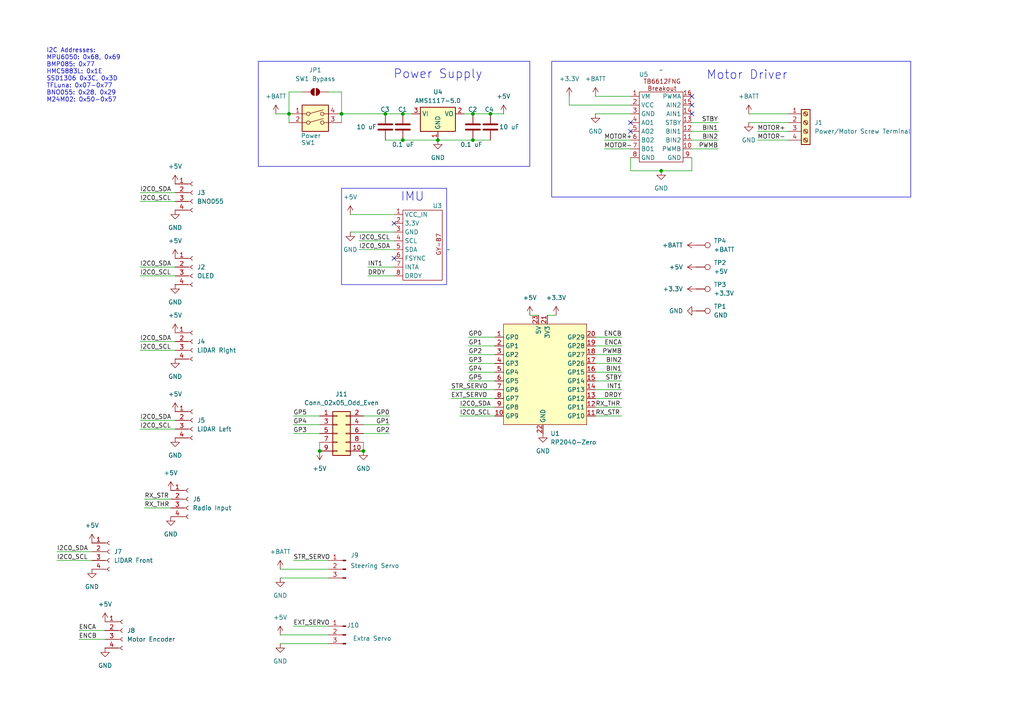
<source format=kicad_sch>
(kicad_sch (version 20250114) (generator "eeschema") (generator_version "9.0")
  (paper "A4")
  (title_block (title "Peripherals Board V2") (date "2025-07-07") (rev "2") (company "DIY Laboratories"))
  (lib_symbols
    (symbol "Connector:Conn_01x03_Pin" (pin_names (offset 1.016) (hide yes))
      (property "Reference" "J" (at 0 5.08 0))
      (property "Value" "Conn_01x03_Pin" (at 0 -5.08 0))
      (symbol "Conn_01x03_Pin_1_1"
        (rectangle (start 0.8636 2.667) (end 0 2.413) (stroke (width 0.1524)) (fill (type outline)))
        (rectangle (start 0.8636 0.127) (end 0 -0.127) (stroke (width 0.1524)) (fill (type outline)))
        (rectangle (start 0.8636 -2.413) (end 0 -2.667) (stroke (width 0.1524)) (fill (type outline)))
        (polyline (pts (xy 1.27 2.54) (xy 0.8636 2.54)) (stroke (width 0.1524)))
        (polyline (pts (xy 1.27 0) (xy 0.8636 0)) (stroke (width 0.1524)))
        (polyline (pts (xy 1.27 -2.54) (xy 0.8636 -2.54)) (stroke (width 0.1524)))
        (pin passive line (at 5.08 2.54 180) (length 3.81) (name "Pin_1") (number "1"))
        (pin passive line (at 5.08 0 180) (length 3.81) (name "Pin_2") (number "2"))
        (pin passive line (at 5.08 -2.54 180) (length 3.81) (name "Pin_3") (number "3"))
      )
    )
    (symbol "Connector:Conn_01x04_Socket" (pin_names (offset 1.016) (hide yes))
      (property "Reference" "J" (at 0 5.08 0))
      (property "Value" "Conn_01x04_Socket" (at 0 -7.62 0))
      (symbol "Conn_01x04_Socket_1_1"
        (polyline (pts (xy -1.27 2.54) (xy -0.508 2.54)) (stroke (width 0.1524)))
        (polyline (pts (xy -1.27 0) (xy -0.508 0)) (stroke (width 0.1524)))
        (polyline (pts (xy -1.27 -2.54) (xy -0.508 -2.54)) (stroke (width 0.1524)))
        (polyline (pts (xy -1.27 -5.08) (xy -0.508 -5.08)) (stroke (width 0.1524)))
        (arc (start 0 2.032) (mid -0.5058 2.54) (end 0 3.048) (stroke (width 0.1524)))
        (arc (start 0 -0.508) (mid -0.5058 0) (end 0 0.508) (stroke (width 0.1524)))
        (arc (start 0 -3.048) (mid -0.5058 -2.54) (end 0 -2.032) (stroke (width 0.1524)))
        (arc (start 0 -5.588) (mid -0.5058 -5.08) (end 0 -4.572) (stroke (width 0.1524)))
        (pin passive line (at -5.08 2.54 0) (length 3.81) (name "Pin_1") (number "1"))
        (pin passive line (at -5.08 0 0) (length 3.81) (name "Pin_2") (number "2"))
        (pin passive line (at -5.08 -2.54 0) (length 3.81) (name "Pin_3") (number "3"))
        (pin passive line (at -5.08 -5.08 0) (length 3.81) (name "Pin_4") (number "4"))
      )
    )
    (symbol "Connector:Screw_Terminal_01x04" (pin_names (offset 1.016) (hide yes))
      (property "Reference" "J" (at 0 5.08 0))
      (property "Value" "Screw_Terminal_01x04" (at 0 -7.62 0))
      (symbol "Screw_Terminal_01x04_1_1"
        (rectangle (start -1.27 3.81) (end 1.27 -6.35) (stroke (width 0.254)) (fill (type background)))
        (polyline (pts (xy -0.5334 2.8702) (xy 0.3302 2.032)) (stroke (width 0.1524)))
        (polyline (pts (xy -0.5334 0.3302) (xy 0.3302 -0.508)) (stroke (width 0.1524)))
        (polyline (pts (xy -0.5334 -2.2098) (xy 0.3302 -3.048)) (stroke (width 0.1524)))
        (polyline (pts (xy -0.5334 -4.7498) (xy 0.3302 -5.588)) (stroke (width 0.1524)))
        (polyline (pts (xy -0.3556 3.048) (xy 0.508 2.2098)) (stroke (width 0.1524)))
        (polyline (pts (xy -0.3556 0.508) (xy 0.508 -0.3302)) (stroke (width 0.1524)))
        (polyline (pts (xy -0.3556 -2.032) (xy 0.508 -2.8702)) (stroke (width 0.1524)))
        (polyline (pts (xy -0.3556 -4.572) (xy 0.508 -5.4102)) (stroke (width 0.1524)))
        (circle (center 0 2.54) (radius 0.635) (stroke (width 0.1524)))
        (circle (center 0 0) (radius 0.635) (stroke (width 0.1524)))
        (circle (center 0 -2.54) (radius 0.635) (stroke (width 0.1524)))
        (circle (center 0 -5.08) (radius 0.635) (stroke (width 0.1524)))
        (pin passive line (at -5.08 2.54 0) (length 3.81) (name "Pin_1") (number "1"))
        (pin passive line (at -5.08 0 0) (length 3.81) (name "Pin_2") (number "2"))
        (pin passive line (at -5.08 -2.54 0) (length 3.81) (name "Pin_3") (number "3"))
        (pin passive line (at -5.08 -5.08 0) (length 3.81) (name "Pin_4") (number "4"))
      )
    )
    (symbol "Connector:TestPoint" (pin_numbers (hide yes)) (pin_names (offset 0.762) (hide yes))
      (property "Reference" "TP" (at 0 6.858 0))
      (property "Value" "TestPoint" (at 0 5.08 0))
      (symbol "TestPoint_0_1"
        (circle (center 0 3.302) (radius 0.762))
      )
      (symbol "TestPoint_1_1"
        (pin passive line (at 0 0 90) (length 2.54) (name "1") (number "1"))
      )
    )
    (symbol "Connector_Generic:Conn_02x05_Odd_Even" (pin_names (offset 1.016) (hide yes))
      (property "Reference" "J" (at 1.27 7.62 0))
      (property "Value" "Conn_02x05_Odd_Even" (at 1.27 -7.62 0))
      (symbol "Conn_02x05_Odd_Even_1_1"
        (rectangle (start -1.27 6.35) (end 3.81 -6.35) (stroke (width 0.254)) (fill (type background)))
        (rectangle (start -1.27 5.207) (end 0 4.953) (stroke (width 0.1524)))
        (rectangle (start -1.27 2.667) (end 0 2.413) (stroke (width 0.1524)))
        (rectangle (start -1.27 0.127) (end 0 -0.127) (stroke (width 0.1524)))
        (rectangle (start -1.27 -2.413) (end 0 -2.667) (stroke (width 0.1524)))
        (rectangle (start -1.27 -4.953) (end 0 -5.207) (stroke (width 0.1524)))
        (rectangle (start 3.81 5.207) (end 2.54 4.953) (stroke (width 0.1524)))
        (rectangle (start 3.81 2.667) (end 2.54 2.413) (stroke (width 0.1524)))
        (rectangle (start 3.81 0.127) (end 2.54 -0.127) (stroke (width 0.1524)))
        (rectangle (start 3.81 -2.413) (end 2.54 -2.667) (stroke (width 0.1524)))
        (rectangle (start 3.81 -4.953) (end 2.54 -5.207) (stroke (width 0.1524)))
        (pin passive line (at -5.08 5.08 0) (length 3.81) (name "Pin_1") (number "1"))
        (pin passive line (at -5.08 2.54 0) (length 3.81) (name "Pin_3") (number "3"))
        (pin passive line (at -5.08 0 0) (length 3.81) (name "Pin_5") (number "5"))
        (pin passive line (at -5.08 -2.54 0) (length 3.81) (name "Pin_7") (number "7"))
        (pin passive line (at -5.08 -5.08 0) (length 3.81) (name "Pin_9") (number "9"))
        (pin passive line (at 7.62 5.08 180) (length 3.81) (name "Pin_2") (number "2"))
        (pin passive line (at 7.62 2.54 180) (length 3.81) (name "Pin_4") (number "4"))
        (pin passive line (at 7.62 0 180) (length 3.81) (name "Pin_6") (number "6"))
        (pin passive line (at 7.62 -2.54 180) (length 3.81) (name "Pin_8") (number "8"))
        (pin passive line (at 7.62 -5.08 180) (length 3.81) (name "Pin_10") (number "10"))
      )
    )
    (symbol "Device:C" (pin_numbers (hide yes)) (pin_names (offset 0.254))
      (property "Reference" "C" (at 0.635 2.54 0))
      (property "Value" "C" (at 0.635 -2.54 0))
      (symbol "C_0_1"
        (polyline (pts (xy -2.032 0.762) (xy 2.032 0.762)) (stroke (width 0.508)))
        (polyline (pts (xy -2.032 -0.762) (xy 2.032 -0.762)) (stroke (width 0.508)))
      )
      (symbol "C_1_1"
        (pin passive line (at 0 3.81 270) (length 2.794) (name "~") (number "1"))
        (pin passive line (at 0 -3.81 90) (length 2.794) (name "~") (number "2"))
      )
    )
    (symbol "GY87:GY87"
      (property "Reference" "U" (at 0 0 0))
      (symbol "GY87_0_1"
        (rectangle (start 3.81 -1.27) (end 15.24 -21.59))
      )
      (symbol "GY87_1_1"
        (text "GY-87" (at 14.224 -11.176 900) (effects (font (size 1.27 1.27))))
        (pin input line (at 1.27 -2.54 0) (length 2.54) (name "VCC_IN") (number "1"))
        (pin input line (at 1.27 -5.08 0) (length 2.54) (name "3.3V") (number "2"))
        (pin input line (at 1.27 -7.62 0) (length 2.54) (name "GND") (number "3"))
        (pin input line (at 1.27 -10.16 0) (length 2.54) (name "SCL") (number "4"))
        (pin input line (at 1.27 -12.7 0) (length 2.54) (name "SDA") (number "5"))
        (pin input line (at 1.27 -15.24 0) (length 2.54) (name "FSYNC") (number "6"))
        (pin input line (at 1.27 -17.78 0) (length 2.54) (name "INTA") (number "7"))
        (pin input line (at 1.27 -20.32 0) (length 2.54) (name "DRDY") (number "8"))
      )
    )
    (symbol "Jumper:SolderJumper_2_Open" (pin_numbers (hide yes)) (pin_names (offset 0) (hide yes)) (in_bom no)
      (property "Reference" "JP" (at 0 2.032 0))
      (property "Value" "SolderJumper_2_Open" (at 0 -2.54 0))
      (symbol "SolderJumper_2_Open_0_1"
        (polyline (pts (xy -0.254 1.016) (xy -0.254 -1.016)))
        (arc (start -0.254 -1.016) (mid -1.2656 0) (end -0.254 1.016))
        (arc (start -0.254 -1.016) (mid -1.2656 0) (end -0.254 1.016) (fill (type outline)))
        (arc (start 0.254 1.016) (mid 1.2656 0) (end 0.254 -1.016))
        (arc (start 0.254 1.016) (mid 1.2656 0) (end 0.254 -1.016) (fill (type outline)))
        (polyline (pts (xy 0.254 1.016) (xy 0.254 -1.016)))
      )
      (symbol "SolderJumper_2_Open_1_1"
        (pin passive line (at -3.81 0 0) (length 2.54) (name "A") (number "1"))
        (pin passive line (at 3.81 0 180) (length 2.54) (name "B") (number "2"))
      )
    )
    (symbol "Regulator_Linear:AMS1117-5.0"
      (property "Reference" "U" (at -3.81 3.175 0))
      (property "Value" "AMS1117-5.0" (at 0 3.175 0))
      (symbol "AMS1117-5.0_0_1"
        (rectangle (start -5.08 -5.08) (end 5.08 1.905) (stroke (width 0.254)) (fill (type background)))
      )
      (symbol "AMS1117-5.0_1_1"
        (pin power_in line (at -7.62 0 0) (length 2.54) (name "VI") (number "3"))
        (pin power_in line (at 0 -7.62 90) (length 2.54) (name "GND") (number "1"))
        (pin power_out line (at 7.62 0 180) (length 2.54) (name "VO") (number "2"))
      )
    )
    (symbol "Switch:SW_DIP_x02" (pin_names (offset 0) (hide yes))
      (property "Reference" "SW" (at 0 6.35 0))
      (property "Value" "SW_DIP_x02" (at 0 -3.81 0))
      (symbol "SW_DIP_x02_0_0"
        (circle (center -2.032 2.54) (radius 0.508))
        (circle (center -2.032 0) (radius 0.508))
        (polyline (pts (xy -1.524 2.667) (xy 2.3622 3.7084)))
        (polyline (pts (xy -1.524 0.127) (xy 2.3622 1.1684)))
        (circle (center 2.032 2.54) (radius 0.508))
        (circle (center 2.032 0) (radius 0.508))
      )
      (symbol "SW_DIP_x02_0_1"
        (rectangle (start -3.81 5.08) (end 3.81 -2.54) (stroke (width 0.254)) (fill (type background)))
      )
      (symbol "SW_DIP_x02_1_1"
        (pin passive line (at -7.62 2.54 0) (length 5.08) (name "~") (number "1"))
        (pin passive line (at -7.62 0 0) (length 5.08) (name "~") (number "2"))
        (pin passive line (at 7.62 2.54 180) (length 5.08) (name "~") (number "4"))
        (pin passive line (at 7.62 0 180) (length 5.08) (name "~") (number "3"))
      )
    )
    (symbol "TB6612FNG-breakout:TB6612FNG-breakout"
      (property "Reference" "U" (at 1.778 1.524 0))
      (symbol "TB6612FNG-breakout_0_1"
        (rectangle (start 2.54 -1.27) (end 15.24 -21.59))
      )
      (symbol "TB6612FNG-breakout_1_1"
        (text "TB6612FNG\nBreakout\n" (at 9.144 0.762 0) (effects (font (size 1.27 1.27))))
        (pin input line (at 0 -2.54 0) (length 2.54) (name "VM") (number "1"))
        (pin input line (at 0 -5.08 0) (length 2.54) (name "VCC") (number "2"))
        (pin input line (at 0 -7.62 0) (length 2.54) (name "GND") (number "3"))
        (pin output line (at 0 -10.16 0) (length 2.54) (name "AO1") (number "4"))
        (pin output line (at 0 -12.7 0) (length 2.54) (name "AO2") (number "5"))
        (pin output line (at 0 -15.24 0) (length 2.54) (name "B02") (number "6"))
        (pin output line (at 0 -17.78 0) (length 2.54) (name "B01") (number "7"))
        (pin input line (at 0 -20.32 0) (length 2.54) (name "GND") (number "8"))
        (pin input line (at 17.78 -2.54 180) (length 2.54) (name "PWMA") (number "16"))
        (pin input line (at 17.78 -5.08 180) (length 2.54) (name "AIN2") (number "15"))
        (pin input line (at 17.78 -7.62 180) (length 2.54) (name "AIN1") (number "14"))
        (pin output line (at 17.78 -10.16 180) (length 2.54) (name "STBY") (number "13"))
        (pin output line (at 17.78 -12.7 180) (length 2.54) (name "BIN1") (number "12"))
        (pin output line (at 17.78 -15.24 180) (length 2.54) (name "BIN2") (number "11"))
        (pin output line (at 17.78 -17.78 180) (length 2.54) (name "PWMB") (number "10"))
        (pin input line (at 17.78 -20.32 180) (length 2.54) (name "GND") (number "9"))
      )
    )
    (symbol "power:+3.3V" (power) (pin_numbers (hide yes)) (pin_names (offset 0) (hide yes))
      (property "Value" "+3.3V" (at 0 3.556 0))
      (symbol "+3.3V_0_1"
        (polyline (pts (xy -0.762 1.27) (xy 0 2.54)))
        (polyline (pts (xy 0 2.54) (xy 0.762 1.27)))
        (polyline (pts (xy 0 0) (xy 0 2.54)))
      )
      (symbol "+3.3V_1_1"
        (pin power_in line (at 0 0 90) (length 0) (name "~") (number "1"))
      )
    )
    (symbol "power:+5V" (power) (pin_numbers (hide yes)) (pin_names (offset 0) (hide yes))
      (property "Value" "+5V" (at 0 3.556 0))
      (symbol "+5V_0_1"
        (polyline (pts (xy -0.762 1.27) (xy 0 2.54)))
        (polyline (pts (xy 0 2.54) (xy 0.762 1.27)))
        (polyline (pts (xy 0 0) (xy 0 2.54)))
      )
      (symbol "+5V_1_1"
        (pin power_in line (at 0 0 90) (length 0) (name "~") (number "1"))
      )
    )
    (symbol "power:GND" (power) (pin_numbers (hide yes)) (pin_names (offset 0) (hide yes))
      (property "Value" "GND" (at 0 -3.81 0))
      (symbol "GND_0_1"
        (polyline (pts (xy 0 0) (xy 0 -1.27) (xy 1.27 -1.27) (xy 0 -2.54) (xy -1.27 -1.27) (xy 0 -1.27)))
      )
      (symbol "GND_1_1"
        (pin power_in line (at 0 0 270) (length 0) (name "~") (number "1"))
      )
    )
    (symbol "rp2040-zero:RP2040-Zero"
      (property "Reference" "RZ" (at 0 0 0))
      (property "Value" "RP2040-Zero" (at 0 -2.54 0))
      (property "Footprint" "RP2040-Zero:RP2040-Zero" (at 0 0 0))
      (symbol "RP2040-Zero_0_1"
        (rectangle (start -11.43 -15.24) (end 12.7 13.97) (fill (type background)))
      )
      (symbol "RP2040-Zero_1_1"
        (pin bidirectional line (at -13.97 10.16 0) (length 2.54) (name "GP0") (number "1"))
        (pin bidirectional line (at -13.97 7.62 0) (length 2.54) (name "GP1") (number "2"))
        (pin bidirectional line (at -13.97 5.08 0) (length 2.54) (name "GP2") (number "3"))
        (pin bidirectional line (at -13.97 2.54 0) (length 2.54) (name "GP3") (number "4"))
        (pin bidirectional line (at -13.97 0 0) (length 2.54) (name "GP4") (number "5"))
        (pin bidirectional line (at -13.97 -2.54 0) (length 2.54) (name "GP5") (number "6"))
        (pin bidirectional line (at -13.97 -5.08 0) (length 2.54) (name "GP6") (number "7"))
        (pin bidirectional line (at -13.97 -7.62 0) (length 2.54) (name "GP7") (number "8"))
        (pin bidirectional line (at -13.97 -10.16 0) (length 2.54) (name "GP8") (number "9"))
        (pin bidirectional line (at -13.97 -12.7 0) (length 2.54) (name "GP9") (number "10"))
        (pin power_in line (at -1.27 16.51 270) (length 2.54) (name "5V") (number "23"))
        (pin power_in line (at 0 -17.78 90) (length 2.54) (name "GND") (number "22"))
        (pin power_in line (at 1.27 16.51 270) (length 2.54) (name "3V3") (number "21"))
        (pin bidirectional line (at 15.24 10.16 180) (length 2.54) (name "GP29") (number "20"))
        (pin bidirectional line (at 15.24 7.62 180) (length 2.54) (name "GP28") (number "19"))
        (pin bidirectional line (at 15.24 5.08 180) (length 2.54) (name "GP27") (number "18"))
        (pin bidirectional line (at 15.24 2.54 180) (length 2.54) (name "GP26") (number "17"))
        (pin bidirectional line (at 15.24 0 180) (length 2.54) (name "GP15") (number "16"))
        (pin bidirectional line (at 15.24 -2.54 180) (length 2.54) (name "GP14") (number "15"))
        (pin bidirectional line (at 15.24 -5.08 180) (length 2.54) (name "GP13") (number "14"))
        (pin bidirectional line (at 15.24 -7.62 180) (length 2.54) (name "GP12") (number "13"))
        (pin bidirectional line (at 15.24 -10.16 180) (length 2.54) (name "GP11") (number "12"))
        (pin bidirectional line (at 15.24 -12.7 180) (length 2.54) (name "GP10") (number "11"))
      )
    )
  )
  (rectangle (start 74.93 17.78) (end 153.67 48.26))
  (rectangle (start 99.06 54.61) (end 129.54 82.55))
  (rectangle (start 160.02 17.78) (end 264.16 57.15))
  (text "Power Supply\n" (at 127 21.59 0) (effects (font (size 2.54 2.54))))
  (text "Motor Driver" (at 216.662 21.844 0) (effects (font (size 2.54 2.54))))
  (text "IMU\n" (at 119.634 57.15 0) (effects (font (size 2.54 2.54))))
  (text "I2C Addresses:\nMPU6050: 0x68, 0x69\nBMP085: 0x77\nHMC5883L: 0x1E\nSSD1306 0x3C, 0x3D\nTFLuna: 0x07-0x77\nBNO055: 0x28, 0x29\nM24M02: 0x50-0x57" (at 13.462 13.97 0) (effects (font (size 1.27 1.27)) (justify left top)))
  (junction (at 137.16 40.64))
  (junction (at 137.16 33.02))
  (junction (at 127 40.64))
  (junction (at 111.76 33.02))
  (junction (at 83.82 33.02))
  (junction (at 92.71 130.81))
  (junction (at 116.84 40.64))
  (junction (at 105.41 130.81))
  (junction (at 191.77 49.53))
  (junction (at 116.84 33.02))
  (junction (at 142.24 33.02))
  (junction (at 99.06 33.02))
  (no_connect (at 182.88 38.1))
  (no_connect (at 200.66 33.02))
  (no_connect (at 200.66 27.94))
  (no_connect (at 114.3 74.93))
  (no_connect (at 114.3 64.77))
  (no_connect (at 182.88 35.56))
  (no_connect (at 200.66 30.48))
  (wire (pts (xy 137.16 40.64) (xy 142.24 40.64)))
  (wire (pts (xy 172.72 110.49) (xy 180.34 110.49)))
  (wire (pts (xy 111.76 33.02) (xy 116.84 33.02)))
  (wire (pts (xy 83.82 33.02) (xy 83.82 35.56)))
  (wire (pts (xy 105.41 125.73) (xy 113.03 125.73)))
  (wire (pts (xy 175.26 43.18) (xy 182.88 43.18)))
  (wire (pts (xy 22.86 185.42) (xy 30.48 185.42)))
  (wire (pts (xy 40.64 101.6) (xy 50.8 101.6)))
  (wire (pts (xy 182.88 45.72) (xy 182.88 49.53)))
  (wire (pts (xy 99.06 26.67) (xy 99.06 33.02)))
  (wire (pts (xy 116.84 40.64) (xy 127 40.64)))
  (wire (pts (xy 143.51 105.41) (xy 135.89 105.41)))
  (wire (pts (xy 16.51 162.56) (xy 26.67 162.56)))
  (wire (pts (xy 106.68 80.01) (xy 114.3 80.01)))
  (wire (pts (xy 16.51 160.02) (xy 26.67 160.02)))
  (wire (pts (xy 180.34 100.33) (xy 172.72 100.33)))
  (wire (pts (xy 99.06 33.02) (xy 111.76 33.02)))
  (wire (pts (xy 172.72 120.65) (xy 180.34 120.65)))
  (wire (pts (xy 92.71 125.73) (xy 85.09 125.73)))
  (wire (pts (xy 172.72 107.95) (xy 180.34 107.95)))
  (wire (pts (xy 130.81 113.03) (xy 143.51 113.03)))
  (wire (pts (xy 80.01 33.02) (xy 83.82 33.02)))
  (wire (pts (xy 92.71 120.65) (xy 85.09 120.65)))
  (wire (pts (xy 172.72 102.87) (xy 180.34 102.87)))
  (wire (pts (xy 95.25 26.67) (xy 99.06 26.67)))
  (wire (pts (xy 99.06 33.02) (xy 99.06 35.56)))
  (wire (pts (xy 172.72 27.94) (xy 182.88 27.94)))
  (wire (pts (xy 40.64 99.06) (xy 50.8 99.06)))
  (wire (pts (xy 180.34 97.79) (xy 172.72 97.79)))
  (wire (pts (xy 133.35 120.65) (xy 143.51 120.65)))
  (wire (pts (xy 85.09 181.61) (xy 95.25 181.61)))
  (wire (pts (xy 153.67 91.44) (xy 156.21 91.44)))
  (wire (pts (xy 182.88 49.53) (xy 191.77 49.53)))
  (wire (pts (xy 22.86 182.88) (xy 30.48 182.88)))
  (wire (pts (xy 81.28 165.1) (xy 95.25 165.1)))
  (wire (pts (xy 40.64 124.46) (xy 50.8 124.46)))
  (wire (pts (xy 116.84 33.02) (xy 119.38 33.02)))
  (wire (pts (xy 40.64 121.92) (xy 50.8 121.92)))
  (wire (pts (xy 158.75 91.44) (xy 161.29 91.44)))
  (wire (pts (xy 200.66 40.64) (xy 208.28 40.64)))
  (wire (pts (xy 106.68 77.47) (xy 114.3 77.47)))
  (wire (pts (xy 81.28 167.64) (xy 95.25 167.64)))
  (wire (pts (xy 217.17 33.02) (xy 228.6 33.02)))
  (wire (pts (xy 41.91 144.78) (xy 49.53 144.78)))
  (wire (pts (xy 130.81 115.57) (xy 143.51 115.57)))
  (wire (pts (xy 40.64 58.42) (xy 50.8 58.42)))
  (wire (pts (xy 81.28 184.15) (xy 95.25 184.15)))
  (wire (pts (xy 105.41 123.19) (xy 113.03 123.19)))
  (wire (pts (xy 165.1 30.48) (xy 182.88 30.48)))
  (wire (pts (xy 134.62 33.02) (xy 137.16 33.02)))
  (wire (pts (xy 219.71 38.1) (xy 228.6 38.1)))
  (wire (pts (xy 217.17 35.56) (xy 228.6 35.56)))
  (wire (pts (xy 142.24 33.02) (xy 146.05 33.02)))
  (wire (pts (xy 101.6 67.31) (xy 114.3 67.31)))
  (wire (pts (xy 165.1 30.48) (xy 165.1 27.94)))
  (wire (pts (xy 87.63 26.67) (xy 83.82 26.67)))
  (wire (pts (xy 200.66 38.1) (xy 208.28 38.1)))
  (wire (pts (xy 143.51 100.33) (xy 135.89 100.33)))
  (wire (pts (xy 172.72 33.02) (xy 182.88 33.02)))
  (wire (pts (xy 105.41 128.27) (xy 105.41 130.81)))
  (wire (pts (xy 104.14 69.85) (xy 114.3 69.85)))
  (wire (pts (xy 200.66 35.56) (xy 208.28 35.56)))
  (wire (pts (xy 200.66 43.18) (xy 208.28 43.18)))
  (wire (pts (xy 143.51 102.87) (xy 135.89 102.87)))
  (wire (pts (xy 101.6 62.23) (xy 114.3 62.23)))
  (wire (pts (xy 137.16 33.02) (xy 142.24 33.02)))
  (wire (pts (xy 172.72 113.03) (xy 180.34 113.03)))
  (wire (pts (xy 175.26 40.64) (xy 182.88 40.64)))
  (wire (pts (xy 41.91 147.32) (xy 49.53 147.32)))
  (wire (pts (xy 83.82 26.67) (xy 83.82 33.02)))
  (wire (pts (xy 219.71 40.64) (xy 228.6 40.64)))
  (wire (pts (xy 40.64 80.01) (xy 50.8 80.01)))
  (wire (pts (xy 200.66 45.72) (xy 200.66 49.53)))
  (wire (pts (xy 133.35 118.11) (xy 143.51 118.11)))
  (wire (pts (xy 81.28 186.69) (xy 95.25 186.69)))
  (wire (pts (xy 200.66 49.53) (xy 191.77 49.53)))
  (wire (pts (xy 85.09 162.56) (xy 95.25 162.56)))
  (wire (pts (xy 172.72 118.11) (xy 180.34 118.11)))
  (wire (pts (xy 172.72 115.57) (xy 180.34 115.57)))
  (wire (pts (xy 92.71 128.27) (xy 92.71 130.81)))
  (wire (pts (xy 40.64 55.88) (xy 50.8 55.88)))
  (wire (pts (xy 111.76 40.64) (xy 116.84 40.64)))
  (wire (pts (xy 92.71 123.19) (xy 85.09 123.19)))
  (wire (pts (xy 143.51 107.95) (xy 135.89 107.95)))
  (wire (pts (xy 172.72 105.41) (xy 180.34 105.41)))
  (wire (pts (xy 143.51 110.49) (xy 135.89 110.49)))
  (wire (pts (xy 127 40.64) (xy 137.16 40.64)))
  (wire (pts (xy 143.51 97.79) (xy 135.89 97.79)))
  (wire (pts (xy 104.14 72.39) (xy 114.3 72.39)))
  (wire (pts (xy 40.64 77.47) (xy 50.8 77.47)))
  (wire (pts (xy 105.41 120.65) (xy 113.03 120.65)))
  (label "ENCA" (at 22.86 182.88 0))
  (label "RX_STR" (at 41.91 144.78 0))
  (label "I2C0_SDA" (at 40.64 121.92 0))
  (label "I2C0_SCL" (at 40.64 80.01 0))
  (label "BIN1" (at 180.34 107.95 180))
  (label "MOTOR+" (at 175.26 40.64 0))
  (label "DRDY" (at 180.34 115.57 180))
  (label "BIN2" (at 180.34 105.41 180))
  (label "BIN1" (at 208.2632 38.1 180))
  (label "I2C0_SCL" (at 40.64 124.46 0))
  (label "I2C0_SDA" (at 40.64 55.88 0))
  (label "GP2" (at 113.03 125.73 180))
  (label "RX_STR" (at 172.72 120.65 0))
  (label "GP4" (at 135.89 107.95 0))
  (label "I2C0_SCL" (at 40.64 101.6 0))
  (label "GP4" (at 85.09 123.19 0))
  (label "GP1" (at 113.03 123.19 180))
  (label "GP3" (at 85.09 125.73 0))
  (label "GP2" (at 135.89 102.87 0))
  (label "EXT_SERVO" (at 130.81 115.57 0))
  (label "STR_SERVO" (at 130.81 113.03 0))
  (label "GP5" (at 135.89 110.49 0))
  (label "RX_THR" (at 172.72 118.11 0))
  (label "EXT_SERVO" (at 85.09 181.61 0))
  (label "I2C0_SDA" (at 40.64 77.47 0))
  (label "DRDY" (at 106.68 80.01 0))
  (label "STR_SERVO" (at 85.09 162.56 0))
  (label "GP3" (at 135.89 105.41 0))
  (label "I2C0_SCL" (at 104.14 69.85 0))
  (label "GP0" (at 113.03 120.65 180))
  (label "ENCB" (at 180.34 97.79 180))
  (label "I2C0_SDA" (at 104.14 72.39 0))
  (label "I2C0_SDA" (at 16.51 160.02 0))
  (label "I2C0_SDA" (at 40.64 99.06 0))
  (label "PWMB" (at 180.34 102.87 180))
  (label "I2C0_SCL" (at 40.64 58.42 0))
  (label "I2C0_SDA" (at 133.35 118.11 0))
  (label "INT1" (at 106.68 77.47 0))
  (label "BIN2" (at 208.28 40.64 180))
  (label "RX_THR" (at 41.91 147.32 0))
  (label "MOTOR-" (at 175.26 43.18 0))
  (label "GP5" (at 85.09 120.65 0))
  (label "INT1" (at 180.34 113.03 180))
  (label "ENCB" (at 22.86 185.42 0))
  (label "MOTOR-" (at 219.71 40.64 0))
  (label "STBY" (at 208.28 35.56 180))
  (label "ENCA" (at 180.34 100.33 180))
  (label "GP0" (at 135.89 97.79 0))
  (label "PWMB" (at 208.28 43.18 180))
  (label "STBY" (at 180.34 110.49 180))
  (label "I2C0_SCL" (at 16.51 162.56 0))
  (label "GP1" (at 135.89 100.33 0))
  (label "I2C0_SCL" (at 133.35 120.65 0))
  (label "MOTOR+" (at 219.71 38.1 0))
  (symbol (lib_id "power:GND") (at 50.8 82.55 0) (unit 1)
    (property "Reference" "#PWR019" (effects (hide yes)))
    (property "Value" "GND" (at 50.8 87.63 0))
    (property "Description" "Power symbol creates a global label with name \"GND\" , ground" (effects (hide yes)))
  )
  (symbol (lib_id "power:+5V") (at 92.71 130.81 180) (unit 1)
    (property "Reference" "#PWR035" (effects (hide yes)))
    (property "Value" "+5V" (at 92.71 135.89 0))
    (property "Description" "Power symbol creates a global label with name \"+5V\"" (effects (hide yes)))
  )
  (symbol (lib_id "rp2040-zero:RP2040-Zero") (at 157.48 107.95 0) (unit 1)
    (property "Reference" "U1" (at 159.6233 125.73 0) (effects (justify left)))
    (property "Value" "RP2040-Zero" (at 159.6233 128.27 0) (effects (justify left)))
    (property "Footprint" "RP2040-Zero:RP2040-Zero" (effects (hide yes)))
  )
  (symbol (lib_id "Connector:Screw_Terminal_01x04") (at 233.68 35.56 0) (unit 1)
    (property "Reference" "J1" (at 236.22 35.5599 0) (effects (justify left)))
    (property "Value" "Power/Motor Screw Terminal" (at 236.22 38.0999 0) (effects (justify left)))
    (property "Footprint" "TerminalBlock_RND:TerminalBlock_RND_205-00047_1x04_P5.00mm_Horizontal" (effects (hide yes)))
    (property "Description" "Generic screw terminal, single row, 01x04, script generated (kicad-library-utils/schlib/autogen/connector/)" (effects (hide yes)))
  )
  (symbol (lib_id "power:GND") (at 50.8 104.14 0) (unit 1)
    (property "Reference" "#PWR021" (effects (hide yes)))
    (property "Value" "GND" (at 50.8 109.22 0))
    (property "Description" "Power symbol creates a global label with name \"GND\" , ground" (effects (hide yes)))
  )
  (symbol (lib_id "power:+5V") (at 101.6 62.23 0) (unit 1)
    (property "Reference" "#PWR013" (effects (hide yes)))
    (property "Value" "+5V" (at 101.6 57.15 0))
    (property "Description" "Power symbol creates a global label with name \"+5V\"" (effects (hide yes)))
  )
  (symbol (lib_id "power:GND") (at 49.53 149.86 0) (unit 1)
    (property "Reference" "#PWR025" (effects (hide yes)))
    (property "Value" "GND" (at 49.53 154.94 0))
    (property "Description" "Power symbol creates a global label with name \"GND\" , ground" (effects (hide yes)))
  )
  (symbol (lib_id "GY87:GY87") (at 113.03 59.69 0) (unit 1)
    (property "Reference" "U3" (at 125.476 59.69 0) (effects (justify left)))
    (property "Value" "~" (at 129.54 72.39 0) (effects (justify left)))
    (property "Footprint" "GY87:GY87" (effects (hide yes)))
  )
  (symbol (lib_id "power:+5V") (at 172.72 27.94 0) (unit 1)
    (property "Reference" "#PWR07" (effects (hide yes)))
    (property "Value" "+BATT" (at 172.72 22.86 0))
    (property "Description" "Power symbol creates a global label with name \"+5V\"" (effects (hide yes)))
  )
  (symbol (lib_id "power:GND") (at 26.67 165.1 0) (unit 1)
    (property "Reference" "#PWR029" (effects (hide yes)))
    (property "Value" "GND" (at 26.67 170.18 0))
    (property "Description" "Power symbol creates a global label with name \"GND\" , ground" (effects (hide yes)))
  )
  (symbol (lib_id "Connector:Conn_01x03_Pin") (at 100.33 165.1 0) (mirror y) (unit 1)
    (property "Reference" "J9" (at 102.87 161.036 0))
    (property "Value" "Steering Servo" (at 108.712 164.084 0))
    (property "Footprint" "Connector_PinHeader_2.54mm:PinHeader_1x03_P2.54mm_Vertical" (effects (hide yes)))
    (property "Description" "Generic connector, single row, 01x03, script generated" (effects (hide yes)))
  )
  (symbol (lib_id "power:+5V") (at 49.53 142.24 0) (unit 1)
    (property "Reference" "#PWR024" (effects (hide yes)))
    (property "Value" "+5V" (at 49.53 137.16 0))
    (property "Description" "Power symbol creates a global label with name \"+5V\"" (effects (hide yes)))
  )
  (symbol (lib_id "Connector:TestPoint") (at 201.93 83.82 270) (unit 1)
    (property "Reference" "TP3" (at 207.01 82.5499 90) (effects (justify left)))
    (property "Value" "+3.3V" (at 207.01 85.0899 90) (effects (justify left)))
    (property "Footprint" "TestPoint:TestPoint_Pad_D1.5mm" (effects (hide yes)))
    (property "Description" "test point" (effects (hide yes)))
  )
  (symbol (lib_id "Device:C") (at 142.24 36.83 0) (mirror y) (unit 1)
    (property "Reference" "C4" (at 143.256 31.75 0) (effects (justify left)))
    (property "Value" "10 uF" (at 150.622 36.83 0) (effects (justify left)))
    (property "Footprint" "Capacitor_SMD:C_0805_2012Metric_Pad1.18x1.45mm_HandSolder" (effects (hide yes)))
    (property "Description" "Unpolarized capacitor" (effects (hide yes)))
  )
  (symbol (lib_id "power:+5V") (at 50.8 96.52 0) (unit 1)
    (property "Reference" "#PWR020" (effects (hide yes)))
    (property "Value" "+5V" (at 50.8 91.44 0))
    (property "Description" "Power symbol creates a global label with name \"+5V\"" (effects (hide yes)))
  )
  (symbol (lib_id "power:GND") (at 81.28 186.69 0) (unit 1)
    (property "Reference" "#PWR027" (effects (hide yes)))
    (property "Value" "GND" (at 81.28 191.77 0))
    (property "Description" "Power symbol creates a global label with name \"GND\" , ground" (effects (hide yes)))
  )
  (symbol (lib_id "power:+5V") (at 153.67 91.44 0) (unit 1)
    (property "Reference" "#PWR010" (effects (hide yes)))
    (property "Value" "+5V" (at 153.67 86.36 0))
    (property "Description" "Power symbol creates a global label with name \"+5V\"" (effects (hide yes)))
  )
  (symbol (lib_id "TB6612FNG-breakout:TB6612FNG-breakout") (at 182.88 25.4 0) (unit 1)
    (property "Reference" "U5" (at 186.69 21.59 0))
    (property "Value" "~" (at 191.77 20.32 0))
    (property "Footprint" "TB6612FNG-breakout:TB6612FNG-breakout" (effects (hide yes)))
  )
  (symbol (lib_id "Connector:Conn_01x04_Socket") (at 54.61 144.78 0) (unit 1)
    (property "Reference" "J6" (at 55.88 144.7799 0) (effects (justify left)))
    (property "Value" "Radio Input" (at 55.88 147.3199 0) (effects (justify left)))
    (property "Footprint" "Connector_JST:JST_EH_S4B-EH_1x04_P2.50mm_Horizontal" (effects (hide yes)))
    (property "Description" "Generic connector, single row, 01x04, script generated" (effects (hide yes)))
  )
  (symbol (lib_id "Switch:SW_DIP_x02") (at 91.44 35.56 0) (unit 1)
    (property "Reference" "SW1" (at 89.408 41.402 0))
    (property "Value" "Power" (at 90.17 39.37 0))
    (property "Footprint" "Package_DIP:DIP-4_W7.62mm" (effects (hide yes)))
    (property "Description" "2x DIP Switch, Single Pole Single Throw (SPST) switch, small symbol" (effects (hide yes)))
  )
  (symbol (lib_id "Connector:Conn_01x04_Socket") (at 55.88 77.47 0) (unit 1)
    (property "Reference" "J2" (at 57.15 77.4699 0) (effects (justify left)))
    (property "Value" "OLED" (at 57.15 80.0099 0) (effects (justify left)))
    (property "Footprint" "Connector_JST:JST_EH_S4B-EH_1x04_P2.50mm_Horizontal" (effects (hide yes)))
    (property "Description" "Generic connector, single row, 01x04, script generated" (effects (hide yes)))
  )
  (symbol (lib_id "power:+5V") (at 26.67 157.48 0) (unit 1)
    (property "Reference" "#PWR033" (effects (hide yes)))
    (property "Value" "+5V" (at 26.67 152.4 0))
    (property "Description" "Power symbol creates a global label with name \"+5V\"" (effects (hide yes)))
  )
  (symbol (lib_id "power:+5V") (at 146.05 33.02 0) (unit 1)
    (property "Reference" "#PWR02" (effects (hide yes)))
    (property "Value" "+5V" (at 146.05 27.94 0))
    (property "Description" "Power symbol creates a global label with name \"+5V\"" (effects (hide yes)))
  )
  (symbol (lib_id "power:+5V") (at 81.28 165.1 0) (unit 1)
    (property "Reference" "#PWR030" (effects (hide yes)))
    (property "Value" "+BATT" (at 81.28 160.02 0))
    (property "Description" "Power symbol creates a global label with name \"+5V\"" (effects (hide yes)))
  )
  (symbol (lib_id "Connector:TestPoint") (at 201.93 77.47 270) (unit 1)
    (property "Reference" "TP2" (at 207.01 76.1999 90) (effects (justify left)))
    (property "Value" "+5V" (at 207.01 78.7399 90) (effects (justify left)))
    (property "Footprint" "TestPoint:TestPoint_Pad_D1.5mm" (effects (hide yes)))
    (property "Description" "test point" (effects (hide yes)))
  )
  (symbol (lib_id "Jumper:SolderJumper_2_Open") (at 91.44 26.67 0) (unit 1) (in_bom no)
    (property "Reference" "JP1" (at 91.44 20.32 0))
    (property "Value" "SW1 Bypass" (at 91.44 22.86 0))
    (property "Footprint" "Jumper:SolderJumper-2_P1.3mm_Open_RoundedPad1.0x1.5mm" (effects (hide yes)))
    (property "Description" "Solder Jumper, 2-pole, open" (effects (hide yes)))
  )
  (symbol (lib_id "power:+5V") (at 217.17 33.02 0) (unit 1)
    (property "Reference" "#PWR05" (effects (hide yes)))
    (property "Value" "+BATT" (at 217.17 27.94 0))
    (property "Description" "Power symbol creates a global label with name \"+5V\"" (effects (hide yes)))
  )
  (symbol (lib_id "power:GND") (at 105.41 130.81 0) (unit 1)
    (property "Reference" "#PWR034" (effects (hide yes)))
    (property "Value" "GND" (at 105.41 135.89 0))
    (property "Description" "Power symbol creates a global label with name \"GND\" , ground" (effects (hide yes)))
  )
  (symbol (lib_id "power:GND") (at 157.48 125.73 0) (unit 1)
    (property "Reference" "#PWR012" (effects (hide yes)))
    (property "Value" "GND" (at 157.48 130.81 0))
    (property "Description" "Power symbol creates a global label with name \"GND\" , ground" (effects (hide yes)))
  )
  (symbol (lib_id "power:+5V") (at 50.8 119.38 0) (unit 1)
    (property "Reference" "#PWR022" (effects (hide yes)))
    (property "Value" "+5V" (at 50.8 114.3 0))
    (property "Description" "Power symbol creates a global label with name \"+5V\"" (effects (hide yes)))
  )
  (symbol (lib_id "Regulator_Linear:AMS1117-5.0") (at 127 33.02 0) (unit 1)
    (property "Reference" "U4" (at 127 26.67 0))
    (property "Value" "AMS1117-5.0" (at 127 29.21 0))
    (property "Footprint" "Package_TO_SOT_SMD:SOT-223-3_TabPin2" (effects (hide yes)))
    (property "Datasheet" "http://www.advanced-monolithic.com/pdf/ds1117.pdf" (effects (hide yes)))
    (property "Description" "1A Low Dropout regulator, positive, 5.0V fixed output, SOT-223" (effects (hide yes)))
  )
  (symbol (lib_id "power:+3.3V") (at 165.1 27.94 0) (unit 1)
    (property "Reference" "#PWR08" (effects (hide yes)))
    (property "Value" "+3.3V" (at 165.1 22.86 0))
    (property "Description" "Power symbol creates a global label with name \"+3.3V\"" (effects (hide yes)))
  )
  (symbol (lib_id "power:GND") (at 50.8 127 0) (unit 1)
    (property "Reference" "#PWR023" (effects (hide yes)))
    (property "Value" "GND" (at 50.8 132.08 0))
    (property "Description" "Power symbol creates a global label with name \"GND\" , ground" (effects (hide yes)))
  )
  (symbol (lib_id "power:GND") (at 201.93 90.17 270) (unit 1)
    (property "Reference" "#PWR036" (effects (hide yes)))
    (property "Value" "GND" (at 198.12 90.1699 90) (effects (justify right)))
    (property "Description" "Power symbol creates a global label with name \"GND\" , ground" (effects (hide yes)))
  )
  (symbol (lib_id "power:+3.3V") (at 161.29 91.44 0) (unit 1)
    (property "Reference" "#PWR011" (effects (hide yes)))
    (property "Value" "+3.3V" (at 161.29 86.36 0))
    (property "Description" "Power symbol creates a global label with name \"+3.3V\"" (effects (hide yes)))
  )
  (symbol (lib_id "power:+5V") (at 201.93 77.47 90) (unit 1)
    (property "Reference" "#PWR037" (effects (hide yes)))
    (property "Value" "+5V" (at 198.12 77.4699 90) (effects (justify left)))
    (property "Description" "Power symbol creates a global label with name \"+5V\"" (effects (hide yes)))
  )
  (symbol (lib_id "Connector:Conn_01x03_Pin") (at 100.33 184.15 0) (mirror y) (unit 1)
    (property "Reference" "J10" (at 102.362 181.356 0))
    (property "Value" "Extra Servo" (at 107.95 185.166 0))
    (property "Footprint" "Connector_PinHeader_2.54mm:PinHeader_1x03_P2.54mm_Vertical" (effects (hide yes)))
    (property "Description" "Generic connector, single row, 01x03, script generated" (effects (hide yes)))
  )
  (symbol (lib_id "Connector:TestPoint") (at 201.93 71.12 270) (unit 1)
    (property "Reference" "TP4" (at 207.01 69.8499 90) (effects (justify left)))
    (property "Value" "+BATT" (at 207.01 72.3899 90) (effects (justify left)))
    (property "Footprint" "TestPoint:TestPoint_Pad_D1.5mm" (effects (hide yes)))
    (property "Description" "test point" (effects (hide yes)))
  )
  (symbol (lib_id "Device:C") (at 137.16 36.83 0) (mirror y) (unit 1)
    (property "Reference" "C2" (at 138.43 31.75 0) (effects (justify left)))
    (property "Value" "0.1 uF" (at 139.954 41.91 0) (effects (justify left)))
    (property "Footprint" "Capacitor_SMD:C_0805_2012Metric_Pad1.18x1.45mm_HandSolder" (effects (hide yes)))
    (property "Description" "Unpolarized capacitor" (effects (hide yes)))
  )
  (symbol (lib_id "Connector:TestPoint") (at 201.93 90.17 270) (unit 1)
    (property "Reference" "TP1" (at 207.01 88.8999 90) (effects (justify left)))
    (property "Value" "GND" (at 207.01 91.4399 90) (effects (justify left)))
    (property "Footprint" "TestPoint:TestPoint_Pad_D1.5mm" (effects (hide yes)))
    (property "Description" "test point" (effects (hide yes)))
  )
  (symbol (lib_id "Connector:Conn_01x04_Socket") (at 55.88 99.06 0) (unit 1)
    (property "Reference" "J4" (at 57.15 99.0599 0) (effects (justify left)))
    (property "Value" "LiDAR Right" (at 57.15 101.5999 0) (effects (justify left)))
    (property "Footprint" "Connector_JST:JST_EH_S4B-EH_1x04_P2.50mm_Horizontal" (effects (hide yes)))
    (property "Description" "Generic connector, single row, 01x04, script generated" (effects (hide yes)))
  )
  (symbol (lib_id "power:GND") (at 217.17 35.56 0) (unit 1)
    (property "Reference" "#PWR04" (effects (hide yes)))
    (property "Value" "GND" (at 217.17 40.64 0))
    (property "Description" "Power symbol creates a global label with name \"GND\" , ground" (effects (hide yes)))
  )
  (symbol (lib_id "power:+5V") (at 50.8 53.34 0) (unit 1)
    (property "Reference" "#PWR015" (effects (hide yes)))
    (property "Value" "+5V" (at 50.8 48.26 0))
    (property "Description" "Power symbol creates a global label with name \"+5V\"" (effects (hide yes)))
  )
  (symbol (lib_id "power:GND") (at 30.48 187.96 0) (unit 1)
    (property "Reference" "#PWR026" (effects (hide yes)))
    (property "Value" "GND" (at 30.48 193.04 0))
    (property "Description" "Power symbol creates a global label with name \"GND\" , ground" (effects (hide yes)))
  )
  (symbol (lib_id "power:GND") (at 191.77 49.53 0) (unit 1)
    (property "Reference" "#PWR09" (effects (hide yes)))
    (property "Value" "GND" (at 191.77 54.61 0))
    (property "Description" "Power symbol creates a global label with name \"GND\" , ground" (effects (hide yes)))
  )
  (symbol (lib_id "Connector:Conn_01x04_Socket") (at 55.88 55.88 0) (unit 1)
    (property "Reference" "J3" (at 57.15 55.8799 0) (effects (justify left)))
    (property "Value" "BNO055" (at 57.15 58.4199 0) (effects (justify left)))
    (property "Footprint" "Connector_JST:JST_EH_S4B-EH_1x04_P2.50mm_Horizontal" (effects (hide yes)))
    (property "Description" "Generic connector, single row, 01x04, script generated" (effects (hide yes)))
  )
  (symbol (lib_id "Connector:Conn_01x04_Socket") (at 31.75 160.02 0) (unit 1)
    (property "Reference" "J7" (at 33.02 160.0199 0) (effects (justify left)))
    (property "Value" "LiDAR Front" (at 33.02 162.5599 0) (effects (justify left)))
    (property "Footprint" "Connector_JST:JST_EH_S4B-EH_1x04_P2.50mm_Horizontal" (effects (hide yes)))
    (property "Description" "Generic connector, single row, 01x04, script generated" (effects (hide yes)))
  )
  (symbol (lib_id "power:GND") (at 127 40.64 0) (unit 1)
    (property "Reference" "#PWR01" (effects (hide yes)))
    (property "Value" "GND" (at 127 45.72 0))
    (property "Description" "Power symbol creates a global label with name \"GND\" , ground" (effects (hide yes)))
  )
  (symbol (lib_id "power:+5V") (at 81.28 184.15 0) (unit 1)
    (property "Reference" "#PWR031" (effects (hide yes)))
    (property "Value" "+5V" (at 81.28 179.07 0))
    (property "Description" "Power symbol creates a global label with name \"+5V\"" (effects (hide yes)))
  )
  (symbol (lib_id "power:GND") (at 81.28 167.64 0) (unit 1)
    (property "Reference" "#PWR028" (effects (hide yes)))
    (property "Value" "GND" (at 81.28 172.72 0))
    (property "Description" "Power symbol creates a global label with name \"GND\" , ground" (effects (hide yes)))
  )
  (symbol (lib_id "Connector:Conn_01x04_Socket") (at 35.56 182.88 0) (unit 1)
    (property "Reference" "J8" (at 36.83 182.8799 0) (effects (justify left)))
    (property "Value" "Motor Encoder" (at 36.83 185.4199 0) (effects (justify left)))
    (property "Footprint" "Connector_JST:JST_EH_S4B-EH_1x04_P2.50mm_Horizontal" (effects (hide yes)))
    (property "Description" "Generic connector, single row, 01x04, script generated" (effects (hide yes)))
  )
  (symbol (lib_id "Device:C") (at 116.84 36.83 0) (mirror y) (unit 1)
    (property "Reference" "C1" (at 118.11 31.75 0) (effects (justify left)))
    (property "Value" "0.1 uF" (at 120.142 41.91 0) (effects (justify left)))
    (property "Footprint" "Capacitor_SMD:C_0805_2012Metric_Pad1.18x1.45mm_HandSolder" (effects (hide yes)))
    (property "Description" "Unpolarized capacitor" (effects (hide yes)))
  )
  (symbol (lib_id "Connector_Generic:Conn_02x05_Odd_Even") (at 97.79 125.73 0) (unit 1)
    (property "Reference" "J11" (at 99.06 114.3 0))
    (property "Value" "Conn_02x05_Odd_Even" (at 99.06 116.84 0))
    (property "Footprint" "Connector_PinSocket_2.54mm:PinSocket_2x05_P2.54mm_Vertical" (effects (hide yes)))
    (property "Description" "Generic connector, double row, 02x05, odd/even pin numbering scheme (row 1 odd numbers, row 2 even numbers), script generated (kicad-library-utils/schlib/autogen/connector/)" (effects (hide yes)))
  )
  (symbol (lib_id "power:GND") (at 50.8 60.96 0) (unit 1)
    (property "Reference" "#PWR016" (effects (hide yes)))
    (property "Value" "GND" (at 50.8 66.04 0))
    (property "Description" "Power symbol creates a global label with name \"GND\" , ground" (effects (hide yes)))
  )
  (symbol (lib_id "power:+5V") (at 50.8 74.93 0) (unit 1)
    (property "Reference" "#PWR018" (effects (hide yes)))
    (property "Value" "+5V" (at 50.8 69.85 0))
    (property "Description" "Power symbol creates a global label with name \"+5V\"" (effects (hide yes)))
  )
  (symbol (lib_id "Connector:Conn_01x04_Socket") (at 55.88 121.92 0) (unit 1)
    (property "Reference" "J5" (at 57.15 121.9199 0) (effects (justify left)))
    (property "Value" "LiDAR Left" (at 57.15 124.4599 0) (effects (justify left)))
    (property "Footprint" "Connector_JST:JST_EH_S4B-EH_1x04_P2.50mm_Horizontal" (effects (hide yes)))
    (property "Description" "Generic connector, single row, 01x04, script generated" (effects (hide yes)))
  )
  (symbol (lib_id "power:+5V") (at 201.93 71.12 90) (unit 1)
    (property "Reference" "#PWR039" (effects (hide yes)))
    (property "Value" "+BATT" (at 198.12 71.1199 90) (effects (justify left)))
    (property "Description" "Power symbol creates a global label with name \"+5V\"" (effects (hide yes)))
  )
  (symbol (lib_id "power:+3.3V") (at 201.93 83.82 90) (unit 1)
    (property "Reference" "#PWR038" (effects (hide yes)))
    (property "Value" "+3.3V" (at 198.12 83.8199 90) (effects (justify left)))
    (property "Description" "Power symbol creates a global label with name \"+3.3V\"" (effects (hide yes)))
  )
  (symbol (lib_id "power:+5V") (at 80.01 33.02 0) (unit 1)
    (property "Reference" "#PWR03" (effects (hide yes)))
    (property "Value" "+BATT" (at 80.01 27.94 0))
    (property "Description" "Power symbol creates a global label with name \"+5V\"" (effects (hide yes)))
  )
  (symbol (lib_id "power:GND") (at 172.72 33.02 0) (unit 1)
    (property "Reference" "#PWR06" (effects (hide yes)))
    (property "Value" "GND" (at 172.72 38.1 0))
    (property "Description" "Power symbol creates a global label with name \"GND\" , ground" (effects (hide yes)))
  )
  (symbol (lib_id "power:+5V") (at 30.48 180.34 0) (unit 1)
    (property "Reference" "#PWR032" (effects (hide yes)))
    (property "Value" "+5V" (at 30.48 175.26 0))
    (property "Description" "Power symbol creates a global label with name \"+5V\"" (effects (hide yes)))
  )
  (symbol (lib_id "power:GND") (at 101.6 67.31 0) (unit 1)
    (property "Reference" "#PWR014" (effects (hide yes)))
    (property "Value" "GND" (at 101.6 72.39 0))
    (property "Description" "Power symbol creates a global label with name \"GND\" , ground" (effects (hide yes)))
  )
  (symbol (lib_id "Device:C") (at 111.76 36.83 0) (mirror y) (unit 1)
    (property "Reference" "C3" (at 113.03 31.75 0) (effects (justify left)))
    (property "Value" "10 uF" (at 109.22 36.83 0) (effects (justify left)))
    (property "Footprint" "Capacitor_SMD:C_0805_2012Metric_Pad1.18x1.45mm_HandSolder" (effects (hide yes)))
    (property "Description" "Unpolarized capacitor" (effects (hide yes)))
  )
)
</source>
